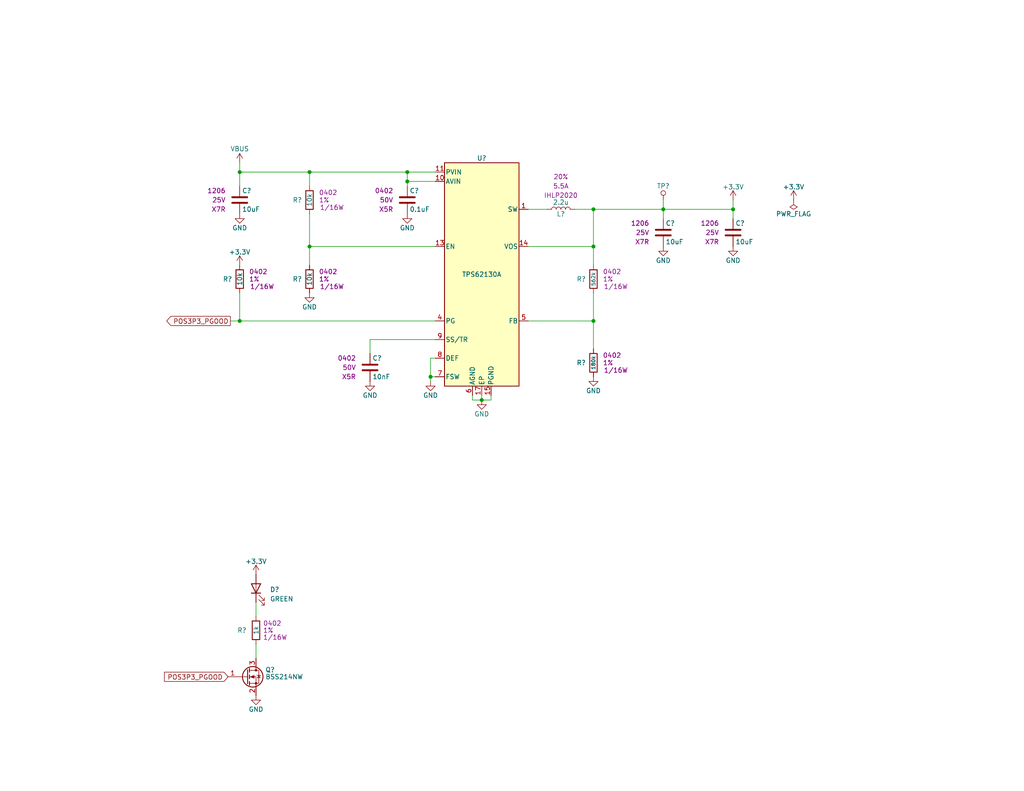
<source format=kicad_sch>
(kicad_sch (version 20230121) (generator eeschema)
  (paper "A")
  (title_block (title "USB MPD") (date "2024-02-06") (rev "PRELIM") (company "Drew Maatman"))
  (lib_symbols
    (symbol "Custom_Library:C_Custom" (pin_numbers hide) (pin_names (offset 0.254))
      (property "Reference" "C" (at 0.635 2.54 0))
      (property "Value" "C_Custom" (at 0.635 -2.54 0))
      (property "display_footprint" "Foot" (at -3.81 2.54 0))
      (property "Voltage" "V" (at -3.81 0 0))
      (property "Dielectric" "Er" (at -3.81 -2.54 0))
      (symbol "C_Custom_0_1"
        (polyline (pts (xy -2.032 -0.762) (xy 2.032 -0.762)) (stroke (width 0.508)))
        (polyline (pts (xy -2.032 0.762) (xy 2.032 0.762)) (stroke (width 0.508)))
      )
      (symbol "C_Custom_1_1"
        (pin passive line (at 0 3.81 270) (length 2.794) (name "~") (number "1"))
        (pin passive line (at 0 -3.81 90) (length 2.794) (name "~") (number "2"))
      )
    )
    (symbol "Custom_Library:L_Custom" (pin_numbers hide) (pin_names (offset 1.016) hide)
      (property "Reference" "L" (at -1.27 0 90))
      (property "Value" "L_Custom" (at 1.905 0 90))
      (property "display_footprint" "Foot" (at 3.81 0 90))
      (property "Ampacity" "A" (at 6.35 0 90))
      (property "Tolerance" "Tol" (at 8.89 0 90))
      (symbol "L_Custom_0_1"
        (arc (start 0 -2.54) (mid 0.6323 -1.905) (end 0 -1.27))
        (arc (start 0 -1.27) (mid 0.6323 -0.635) (end 0 0))
        (arc (start 0 0) (mid 0.6323 0.635) (end 0 1.27))
        (arc (start 0 1.27) (mid 0.6323 1.905) (end 0 2.54))
      )
      (symbol "L_Custom_1_1"
        (pin passive line (at 0 3.81 270) (length 1.27) (name "1") (number "1"))
        (pin passive line (at 0 -3.81 90) (length 1.27) (name "2") (number "2"))
      )
    )
    (symbol "Custom_Library:R_Custom" (pin_numbers hide) (pin_names (offset 1.016) hide)
      (property "Reference" "R" (at -2.54 0 90))
      (property "Value" "R_Custom" (at 0 0 90))
      (property "display_footprint" "Foot" (at 2.54 0 90))
      (property "Tolerance" "Tol" (at 5.08 0 90))
      (property "Wattage" "W" (at 7.62 0 90))
      (symbol "R_Custom_0_1"
        (rectangle (start 1.016 2.54) (end -1.016 -2.54) (stroke (width 0.254)))
      )
      (symbol "R_Custom_1_1"
        (pin passive line (at 0 3.81 270) (length 1.27) (name "1") (number "1"))
        (pin passive line (at 0 -3.81 90) (length 1.27) (name "2") (number "2"))
      )
    )
    (symbol "Custom_Library:TP" (pin_numbers hide) (pin_names (offset 0) hide)
      (property "Reference" "TP" (at 0 3.81 0))
      (symbol "TP_0_1"
        (polyline (pts (xy 0 0) (xy 0 1.27)))
        (circle (center 0 1.905) (radius 0.635))
      )
      (symbol "TP_1_1"
        (pin passive line (at 0 0 90) (length 0) (name "TP") (number "1"))
      )
    )
    (symbol "Custom_Library:TPS62130" (pin_names (offset 0.254))
      (property "Reference" "U" (at 0 31.75 0))
      (property "Value" "TPS62130" (at 0 0 0))
      (symbol "TPS62130_0_1"
        (rectangle (start -10.16 30.48) (end 10.16 -30.48) (stroke (width 0.254)) (fill (type background)))
      )
      (symbol "TPS62130_1_1"
        (pin output line (at 12.7 17.78 180) (length 2.54) (name "SW") (number "1"))
        (pin power_in line (at -12.7 25.4 0) (length 2.54) (name "AVIN") (number "10"))
        (pin power_in line (at -12.7 27.94 0) (length 2.54) (name "PVIN") (number "11"))
        (pin passive line (at -12.7 27.94 0) (length 2.54) hide (name "PVIN") (number "12"))
        (pin input line (at -12.7 7.62 0) (length 2.54) (name "EN") (number "13"))
        (pin input line (at 12.7 7.62 180) (length 2.54) (name "VOS") (number "14"))
        (pin power_in line (at 2.54 -33.02 90) (length 2.54) (name "PGND") (number "15"))
        (pin passive line (at 2.54 -33.02 90) (length 2.54) hide (name "PGND") (number "16"))
        (pin power_in line (at 0 -33.02 90) (length 2.54) (name "EP") (number "17"))
        (pin passive line (at 12.7 17.78 180) (length 2.54) hide (name "SW") (number "2"))
        (pin passive line (at 12.7 17.78 180) (length 2.54) hide (name "SW") (number "3"))
        (pin open_collector line (at -12.7 -12.7 0) (length 2.54) (name "PG") (number "4"))
        (pin input line (at 12.7 -12.7 180) (length 2.54) (name "FB") (number "5"))
        (pin power_in line (at -2.54 -33.02 90) (length 2.54) (name "AGND") (number "6"))
        (pin input line (at -12.7 -27.94 0) (length 2.54) (name "FSW") (number "7"))
        (pin input line (at -12.7 -22.86 0) (length 2.54) (name "DEF") (number "8"))
        (pin input line (at -12.7 -17.78 0) (length 2.54) (name "SS/TR") (number "9"))
      )
    )
    (symbol "Device:LED" (pin_numbers hide) (pin_names (offset 1.016) hide)
      (property "Reference" "D" (at 0 2.54 0))
      (property "Value" "LED" (at 0 -2.54 0))
      (symbol "LED_0_1"
        (polyline (pts (xy -1.27 -1.27) (xy -1.27 1.27)) (stroke (width 0.254)))
        (polyline (pts (xy -1.27 0) (xy 1.27 0)))
        (polyline (pts (xy 1.27 -1.27) (xy 1.27 1.27) (xy -1.27 0) (xy 1.27 -1.27)) (stroke (width 0.254)))
        (polyline (pts (xy -3.048 -0.762) (xy -4.572 -2.286) (xy -3.81 -2.286) (xy -4.572 -2.286) (xy -4.572 -1.524)))
        (polyline (pts (xy -1.778 -0.762) (xy -3.302 -2.286) (xy -2.54 -2.286) (xy -3.302 -2.286) (xy -3.302 -1.524)))
      )
      (symbol "LED_1_1"
        (pin passive line (at -3.81 0 0) (length 2.54) (name "K") (number "1"))
        (pin passive line (at 3.81 0 180) (length 2.54) (name "A") (number "2"))
      )
    )
    (symbol "Transistor_FET:BSS214NW" (pin_names hide)
      (property "Reference" "Q" (at 5.08 1.905 0))
      (property "Value" "BSS214NW" (at 5.08 0 0))
      (symbol "BSS214NW_0_1"
        (polyline (pts (xy 0.254 0) (xy -2.54 0)))
        (polyline (pts (xy 0.254 1.905) (xy 0.254 -1.905)) (stroke (width 0.254)))
        (polyline (pts (xy 0.762 -1.27) (xy 0.762 -2.286)) (stroke (width 0.254)))
        (polyline (pts (xy 0.762 0.508) (xy 0.762 -0.508)) (stroke (width 0.254)))
        (polyline (pts (xy 0.762 2.286) (xy 0.762 1.27)) (stroke (width 0.254)))
        (polyline (pts (xy 2.54 2.54) (xy 2.54 1.778)))
        (polyline (pts (xy 2.54 -2.54) (xy 2.54 0) (xy 0.762 0)))
        (polyline (pts (xy 0.762 -1.778) (xy 3.302 -1.778) (xy 3.302 1.778) (xy 0.762 1.778)))
        (polyline (pts (xy 1.016 0) (xy 2.032 0.381) (xy 2.032 -0.381) (xy 1.016 0)) (fill (type outline)))
        (polyline (pts (xy 2.794 0.508) (xy 2.921 0.381) (xy 3.683 0.381) (xy 3.81 0.254)))
        (polyline (pts (xy 3.302 0.381) (xy 2.921 -0.254) (xy 3.683 -0.254) (xy 3.302 0.381)))
        (circle (center 1.651 0) (radius 2.794) (stroke (width 0.254)))
        (circle (center 2.54 -1.778) (radius 0.254) (fill (type outline)))
        (circle (center 2.54 1.778) (radius 0.254) (fill (type outline)))
      )
      (symbol "BSS214NW_1_1"
        (pin input line (at -5.08 0 0) (length 2.54) (name "G") (number "1"))
        (pin passive line (at 2.54 -5.08 90) (length 2.54) (name "S") (number "2"))
        (pin passive line (at 2.54 5.08 270) (length 2.54) (name "D") (number "3"))
      )
    )
    (symbol "power:+3.3V" (power) (pin_names (offset 0))
      (property "Value" "+3.3V" (at 0 3.556 0))
      (symbol "+3.3V_0_1"
        (polyline (pts (xy -0.762 1.27) (xy 0 2.54)))
        (polyline (pts (xy 0 0) (xy 0 2.54)))
        (polyline (pts (xy 0 2.54) (xy 0.762 1.27)))
      )
      (symbol "+3.3V_1_1"
        (pin power_in line (at 0 0 90) (length 0) hide (name "+3.3V") (number "1"))
      )
    )
    (symbol "power:GND" (power) (pin_names (offset 0))
      (property "Value" "GND" (at 0 -3.81 0))
      (symbol "GND_0_1"
        (polyline (pts (xy 0 0) (xy 0 -1.27) (xy 1.27 -1.27) (xy 0 -2.54) (xy -1.27 -1.27) (xy 0 -1.27)))
      )
      (symbol "GND_1_1"
        (pin power_in line (at 0 0 270) (length 0) hide (name "GND") (number "1"))
      )
    )
    (symbol "power:PWR_FLAG" (power) (pin_numbers hide) (pin_names (offset 0) hide)
      (property "Value" "PWR_FLAG" (at 0 3.81 0))
      (symbol "PWR_FLAG_0_0"
        (pin power_out line (at 0 0 90) (length 0) (name "pwr") (number "1"))
      )
      (symbol "PWR_FLAG_0_1"
        (polyline (pts (xy 0 0) (xy 0 1.27) (xy -1.016 1.905) (xy 0 2.54) (xy 1.016 1.905) (xy 0 1.27)))
      )
    )
    (symbol "power:VBUS" (power) (pin_names (offset 0))
      (property "Value" "VBUS" (at 0 3.81 0))
      (symbol "VBUS_0_1"
        (polyline (pts (xy -0.762 1.27) (xy 0 2.54)))
        (polyline (pts (xy 0 0) (xy 0 2.54)))
        (polyline (pts (xy 0 2.54) (xy 0.762 1.27)))
      )
      (symbol "VBUS_1_1"
        (pin power_in line (at 0 0 90) (length 0) hide (name "VBUS") (number "1"))
      )
    )
  )
  (junction (at 65.405 87.63))
  (junction (at 111.125 49.53))
  (junction (at 117.475 102.87))
  (junction (at 111.125 46.99))
  (junction (at 65.405 46.99))
  (junction (at 84.455 67.31))
  (junction (at 180.975 57.15))
  (junction (at 161.925 87.63))
  (junction (at 161.925 67.31))
  (junction (at 161.925 57.15))
  (junction (at 131.445 109.22))
  (junction (at 200.025 57.15))
  (junction (at 84.455 46.99))
  (wire (pts (xy 84.455 46.99) (xy 84.455 50.8)))
  (wire (pts (xy 111.125 49.53) (xy 111.125 46.99)))
  (wire (pts (xy 69.85 175.895) (xy 69.85 179.705)))
  (wire (pts (xy 161.925 72.39) (xy 161.925 67.31)))
  (wire (pts (xy 118.745 49.53) (xy 111.125 49.53)))
  (wire (pts (xy 131.445 109.22) (xy 133.985 109.22)))
  (wire (pts (xy 69.85 164.465) (xy 69.85 168.275)))
  (wire (pts (xy 111.125 49.53) (xy 111.125 50.8)))
  (wire (pts (xy 180.975 59.69) (xy 180.975 57.15)))
  (wire (pts (xy 100.965 92.71) (xy 118.745 92.71)))
  (wire (pts (xy 118.745 46.99) (xy 111.125 46.99)))
  (wire (pts (xy 128.905 109.22) (xy 128.905 107.95)))
  (wire (pts (xy 180.975 57.15) (xy 200.025 57.15)))
  (wire (pts (xy 200.025 54.61) (xy 200.025 57.15)))
  (wire (pts (xy 118.745 67.31) (xy 84.455 67.31)))
  (wire (pts (xy 200.025 57.15) (xy 200.025 59.69)))
  (wire (pts (xy 65.405 87.63) (xy 65.405 80.01)))
  (wire (pts (xy 180.975 54.61) (xy 180.975 57.15)))
  (wire (pts (xy 62.865 87.63) (xy 65.405 87.63)))
  (wire (pts (xy 100.965 96.52) (xy 100.965 92.71)))
  (wire (pts (xy 131.445 109.22) (xy 128.905 109.22)))
  (wire (pts (xy 161.925 87.63) (xy 144.145 87.63)))
  (wire (pts (xy 161.925 57.15) (xy 156.845 57.15)))
  (wire (pts (xy 180.975 57.15) (xy 161.925 57.15)))
  (wire (pts (xy 65.405 46.99) (xy 65.405 50.8)))
  (wire (pts (xy 65.405 44.45) (xy 65.405 46.99)))
  (wire (pts (xy 84.455 67.31) (xy 84.455 58.42)))
  (wire (pts (xy 118.745 87.63) (xy 65.405 87.63)))
  (wire (pts (xy 131.445 109.22) (xy 131.445 107.95)))
  (wire (pts (xy 161.925 67.31) (xy 161.925 57.15)))
  (wire (pts (xy 117.475 102.87) (xy 117.475 97.79)))
  (wire (pts (xy 161.925 87.63) (xy 161.925 95.25)))
  (wire (pts (xy 133.985 109.22) (xy 133.985 107.95)))
  (wire (pts (xy 84.455 46.99) (xy 111.125 46.99)))
  (wire (pts (xy 117.475 104.14) (xy 117.475 102.87)))
  (wire (pts (xy 84.455 67.31) (xy 84.455 72.39)))
  (wire (pts (xy 117.475 97.79) (xy 118.745 97.79)))
  (wire (pts (xy 118.745 102.87) (xy 117.475 102.87)))
  (wire (pts (xy 144.145 57.15) (xy 149.225 57.15)))
  (wire (pts (xy 144.145 67.31) (xy 161.925 67.31)))
  (wire (pts (xy 65.405 46.99) (xy 84.455 46.99)))
  (wire (pts (xy 161.925 87.63) (xy 161.925 80.01)))
  (global_label "POS3P3_PGOOD" (shape output) (at 62.865 87.63 180) (property "Intersheetrefs" "${INTERSHEET_REFS}" (effects hide)))
  (global_label "POS3P3_PGOOD" (shape input) (at 62.23 184.785 180) (property "Intersheetrefs" "${INTERSHEET_REFS}" (effects hide)))
  (symbol (lib_id "Custom_Library:R_Custom") (at 84.455 54.61 0) (unit 1)
    (property "Reference" "R?" (at 82.423 54.61 0) (effects (justify right)))
    (property "Value" "10k" (at 84.455 54.61 90))
    (property "Footprint" "Resistors_SMD:R_0402" (effects hide))
    (property "display_footprint" "0402" (at 86.995 52.578 0) (effects (justify left)))
    (property "Tolerance" "1%" (at 86.995 54.61 0) (effects (justify left)))
    (property "Wattage" "1/16W" (at 87.249 56.642 0) (effects (justify left)))
    (property "Digi-Key PN" "RMCF0402FT10K0CT-ND" (effects hide))
    (instances (project "USB_MPD_Switches" (path "" (reference "R?") (unit 1))) (project "Stopwatch" (path "" (reference "R302") (unit 1))))
  )
  (symbol (lib_id "power:GND") (at 131.445 109.22 0) (unit 1)
    (property "Reference" "#PWR0810" (effects hide))
    (property "Value" "GND" (at 131.445 113.03 0))
    (instances (project "USB_MPD_Switches" (path "" (reference "#PWR0810") (unit 1))) (project "Stopwatch" (path "" (reference "#PWR0310") (unit 1))))
  )
  (symbol (lib_id "power:GND") (at 117.475 104.14 0) (unit 1)
    (property "Reference" "#PWR0809" (effects hide))
    (property "Value" "GND" (at 117.475 107.95 0))
    (instances (project "USB_MPD_Switches" (path "" (reference "#PWR0809") (unit 1))) (project "Stopwatch" (path "" (reference "#PWR0309") (unit 1))))
  )
  (symbol (lib_id "power:GND") (at 161.925 102.87 0) (unit 1)
    (property "Reference" "#PWR0813" (effects hide))
    (property "Value" "GND" (at 161.925 106.68 0))
    (instances (project "USB_MPD_Switches" (path "" (reference "#PWR0813") (unit 1))) (project "Stopwatch" (path "" (reference "#PWR0313") (unit 1))))
  )
  (symbol (lib_id "Custom_Library:R_Custom") (at 161.925 99.06 0) (unit 1)
    (property "Reference" "R?" (at 159.893 99.06 0) (effects (justify right)))
    (property "Value" "180k" (at 161.925 99.06 90) (effects (font (size 1.016 1.016))))
    (property "Footprint" "Resistors_SMD:R_0402" (effects hide))
    (property "display_footprint" "0402" (at 164.465 97.028 0) (effects (justify left)))
    (property "Tolerance" "1%" (at 164.465 99.06 0) (effects (justify left)))
    (property "Wattage" "1/16W" (at 164.719 101.092 0) (effects (justify left)))
    (property "Digi-Key PN" "RMCF0402FT180KCT-ND" (effects hide))
    (instances (project "USB_MPD_Switches" (path "" (reference "R?") (unit 1))) (project "Stopwatch" (path "" (reference "R305") (unit 1))))
  )
  (symbol (lib_id "Custom_Library:R_Custom") (at 69.85 172.085 180) (unit 1)
    (property "Reference" "R?" (at 67.31 172.085 0) (effects (justify left)))
    (property "Value" "1k" (at 69.85 172.085 90))
    (property "Footprint" "Resistors_SMD:R_0402" (effects hide))
    (property "display_footprint" "0402" (at 71.755 170.18 0) (effects (justify right)))
    (property "Tolerance" "1%" (at 71.755 172.085 0) (effects (justify right)))
    (property "Wattage" "1/16W" (at 71.755 173.99 0) (effects (justify right)))
    (instances (project "Analog_Clock" (path "" (reference "R?") (unit 1))) (project "USB_MPD_Switches" (path "" (reference "R?") (unit 1)) (path "" (reference "R?") (unit 1)) (path "" (reference "R?") (unit 1))) (project "USB_Hub" (path "" (reference "R1401") (unit 1))))
  )
  (symbol (lib_id "Custom_Library:C_Custom") (at 200.025 63.5 0) (unit 1)
    (property "Reference" "C?" (at 200.66 60.96 0) (effects (justify left)))
    (property "Value" "10uF" (at 200.66 66.04 0) (effects (justify left)))
    (property "Footprint" "Capacitors_SMD:C_1206" (effects hide))
    (property "display_footprint" "1206" (at 196.215 60.96 0) (effects (justify right)))
    (property "Voltage" "25V" (at 196.215 63.5 0) (effects (justify right)))
    (property "Dielectric" "X7R" (at 196.215 66.04 0) (effects (justify right)))
    (property "Digi-Key PN" "1276-7031-1-ND" (effects hide))
    (instances (project "USB_MPD_Switches" (path "" (reference "C?") (unit 1))) (project "Stopwatch" (path "" (reference "C306") (unit 1))))
  )
  (symbol (lib_id "power:+3.3V") (at 65.405 72.39 0) (unit 1)
    (property "Reference" "#PWR0803" (effects hide))
    (property "Value" "+3.3V" (at 65.405 68.834 0))
    (instances (project "USB_MPD_Switches" (path "" (reference "#PWR0803") (unit 1))) (project "Stopwatch" (path "" (reference "#PWR0303") (unit 1))))
  )
  (symbol (lib_id "Custom_Library:TPS62130") (at 131.445 74.93 0) (unit 1)
    (property "Reference" "U?" (at 131.445 43.18 0))
    (property "Value" "TPS62130A" (at 131.445 74.93 0))
    (property "Footprint" "Housings_DFN_QFN:QFN-16-1EP_3x3mm_Pitch0.5mm" (effects hide))
    (property "Datasheet" "http://www.ti.com/lit/ds/symlink/tps62130.pdf" (effects hide))
    (property "Digi-Key PN" "296-39446-1-ND" (effects hide))
    (instances (project "USB_MPD_Switches" (path "" (reference "U?") (unit 1))) (project "Stopwatch" (path "" (reference "U301") (unit 1))))
  )
  (symbol (lib_id "Custom_Library:R_Custom") (at 84.455 76.2 0) (unit 1)
    (property "Reference" "R?" (at 82.423 76.2 0) (effects (justify right)))
    (property "Value" "10k" (at 84.455 76.2 90))
    (property "Footprint" "Resistors_SMD:R_0402" (effects hide))
    (property "display_footprint" "0402" (at 86.995 74.168 0) (effects (justify left)))
    (property "Tolerance" "1%" (at 86.995 76.2 0) (effects (justify left)))
    (property "Wattage" "1/16W" (at 87.249 78.232 0) (effects (justify left)))
    (property "Digi-Key PN" "RMCF0402FT10K0CT-ND" (effects hide))
    (instances (project "USB_MPD_Switches" (path "" (reference "R?") (unit 1))) (project "Stopwatch" (path "" (reference "R302") (unit 1))))
  )
  (symbol (lib_id "Custom_Library:C_Custom") (at 65.405 54.61 0) (unit 1)
    (property "Reference" "C?" (at 66.04 52.07 0) (effects (justify left)))
    (property "Value" "10uF" (at 66.04 57.15 0) (effects (justify left)))
    (property "Footprint" "Capacitors_SMD:C_1206" (effects hide))
    (property "display_footprint" "1206" (at 61.595 52.07 0) (effects (justify right)))
    (property "Voltage" "25V" (at 61.595 54.61 0) (effects (justify right)))
    (property "Dielectric" "X7R" (at 61.595 57.15 0) (effects (justify right)))
    (property "Digi-Key PN" "1276-7031-1-ND" (effects hide))
    (instances (project "USB_MPD_Switches" (path "" (reference "C?") (unit 1))) (project "Stopwatch" (path "" (reference "C301") (unit 1))))
  )
  (symbol (lib_id "power:GND") (at 180.975 67.31 0) (unit 1)
    (property "Reference" "#PWR0814" (effects hide))
    (property "Value" "GND" (at 180.975 71.12 0))
    (instances (project "USB_MPD_Switches" (path "" (reference "#PWR0814") (unit 1))) (project "Stopwatch" (path "" (reference "#PWR0314") (unit 1))))
  )
  (symbol (lib_id "power:+3.3V") (at 216.535 54.61 0) (unit 1)
    (property "Reference" "#PWR0817" (effects hide))
    (property "Value" "+3.3V" (at 216.535 51.054 0))
    (instances (project "USB_MPD_Switches" (path "" (reference "#PWR0817") (unit 1))) (project "Stopwatch" (path "" (reference "#PWR0311") (unit 1))))
  )
  (symbol (lib_id "power:VBUS") (at 65.405 44.45 0) (unit 1)
    (property "Reference" "#PWR0801" (effects hide))
    (property "Value" "VBUS" (at 65.405 40.64 0))
  )
  (symbol (lib_id "power:+3.3V") (at 69.85 156.845 0) (unit 1)
    (property "Reference" "#PWR0808" (effects hide))
    (property "Value" "+3.3V" (at 69.85 153.289 0))
    (instances (project "USB_MPD_Switches" (path "" (reference "#PWR0808") (unit 1))) (project "Stopwatch" (path "" (reference "#PWR0304") (unit 1))))
  )
  (symbol (lib_id "Custom_Library:C_Custom") (at 180.975 63.5 0) (unit 1)
    (property "Reference" "C?" (at 181.61 60.96 0) (effects (justify left)))
    (property "Value" "10uF" (at 181.61 66.04 0) (effects (justify left)))
    (property "Footprint" "Capacitors_SMD:C_1206" (effects hide))
    (property "display_footprint" "1206" (at 177.165 60.96 0) (effects (justify right)))
    (property "Voltage" "25V" (at 177.165 63.5 0) (effects (justify right)))
    (property "Dielectric" "X7R" (at 177.165 66.04 0) (effects (justify right)))
    (property "Digi-Key PN" "1276-7031-1-ND" (effects hide))
    (instances (project "USB_MPD_Switches" (path "" (reference "C?") (unit 1))) (project "Stopwatch" (path "" (reference "C305") (unit 1))))
  )
  (symbol (lib_id "power:GND") (at 100.965 104.14 0) (unit 1)
    (property "Reference" "#PWR0806" (effects hide))
    (property "Value" "GND" (at 100.965 107.95 0))
    (instances (project "USB_MPD_Switches" (path "" (reference "#PWR0806") (unit 1))) (project "Stopwatch" (path "" (reference "#PWR0306") (unit 1))))
  )
  (symbol (lib_id "power:PWR_FLAG") (at 216.535 54.61 180) (unit 1)
    (property "Reference" "#FLG0801" (effects hide))
    (property "Value" "PWR_FLAG" (at 216.535 58.42 0))
    (instances (project "USB_MPD_Switches" (path "" (reference "#FLG0801") (unit 1))) (project "Stopwatch" (path "" (reference "#FLG0301") (unit 1))))
  )
  (symbol (lib_id "Custom_Library:R_Custom") (at 65.405 76.2 0) (unit 1)
    (property "Reference" "R?" (at 63.373 76.2 0) (effects (justify right)))
    (property "Value" "10k" (at 65.405 76.2 90))
    (property "Footprint" "Resistors_SMD:R_0402" (effects hide))
    (property "display_footprint" "0402" (at 67.945 74.168 0) (effects (justify left)))
    (property "Tolerance" "1%" (at 67.945 76.2 0) (effects (justify left)))
    (property "Wattage" "1/16W" (at 68.199 78.232 0) (effects (justify left)))
    (property "Digi-Key PN" "RMCF0402FT10K0CT-ND" (effects hide))
    (instances (project "USB_MPD_Switches" (path "" (reference "R?") (unit 1))) (project "Stopwatch" (path "" (reference "R302") (unit 1))))
  )
  (symbol (lib_id "power:GND") (at 200.025 67.31 0) (unit 1)
    (property "Reference" "#PWR0816" (effects hide))
    (property "Value" "GND" (at 200.025 71.12 0))
    (instances (project "USB_MPD_Switches" (path "" (reference "#PWR0816") (unit 1))) (project "Stopwatch" (path "" (reference "#PWR0316") (unit 1))))
  )
  (symbol (lib_id "Custom_Library:C_Custom") (at 111.125 54.61 0) (unit 1)
    (property "Reference" "C?" (at 111.76 52.07 0) (effects (justify left)))
    (property "Value" "0.1uF" (at 111.76 57.15 0) (effects (justify left)))
    (property "Footprint" "Capacitors_SMD:C_0402" (effects hide))
    (property "display_footprint" "0402" (at 107.315 52.07 0) (effects (justify right)))
    (property "Voltage" "50V" (at 107.315 54.61 0) (effects (justify right)))
    (property "Dielectric" "X5R" (at 107.315 57.15 0) (effects (justify right)))
    (property "Digi-Key PN" "490-10697-1-ND" (effects hide))
    (instances (project "USB_MPD_Switches" (path "" (reference "C?") (unit 1))) (project "Stopwatch" (path "" (reference "C304") (unit 1))))
  )
  (symbol (lib_id "Custom_Library:R_Custom") (at 161.925 76.2 0) (unit 1)
    (property "Reference" "R?" (at 159.893 76.2 0) (effects (justify right)))
    (property "Value" "562k" (at 161.925 76.2 90) (effects (font (size 1.016 1.016))))
    (property "Footprint" "Resistors_SMD:R_0402" (effects hide))
    (property "display_footprint" "0402" (at 164.465 74.168 0) (effects (justify left)))
    (property "Tolerance" "1%" (at 164.465 76.2 0) (effects (justify left)))
    (property "Wattage" "1/16W" (at 164.719 78.232 0) (effects (justify left)))
    (property "Digi-Key PN" "RMCF0402FT562KCT-ND" (effects hide))
    (instances (project "USB_MPD_Switches" (path "" (reference "R?") (unit 1))) (project "Stopwatch" (path "" (reference "R304") (unit 1))))
  )
  (symbol (lib_id "power:+3.3V") (at 200.025 54.61 0) (unit 1)
    (property "Reference" "#PWR0815" (effects hide))
    (property "Value" "+3.3V" (at 200.025 51.054 0))
    (instances (project "USB_MPD_Switches" (path "" (reference "#PWR0815") (unit 1))) (project "Stopwatch" (path "" (reference "#PWR0304") (unit 1))))
  )
  (symbol (lib_id "power:GND") (at 69.85 189.865 0) (unit 1)
    (property "Reference" "#PWR0805" (effects hide))
    (property "Value" "GND" (at 69.85 193.675 0))
  )
  (symbol (lib_id "Custom_Library:C_Custom") (at 100.965 100.33 0) (unit 1)
    (property "Reference" "C?" (at 101.6 97.79 0) (effects (justify left)))
    (property "Value" "10nF" (at 101.6 102.87 0) (effects (justify left)))
    (property "Footprint" "Capacitors_SMD:C_0402" (effects hide))
    (property "display_footprint" "0402" (at 97.155 97.79 0) (effects (justify right)))
    (property "Voltage" "50V" (at 97.155 100.33 0) (effects (justify right)))
    (property "Dielectric" "X5R" (at 97.155 102.87 0) (effects (justify right)))
    (property "Digi-Key PN" "445-12201-1-ND" (effects hide))
    (instances (project "USB_MPD_Switches" (path "" (reference "C?") (unit 1))) (project "Stopwatch" (path "" (reference "C303") (unit 1))))
  )
  (symbol (lib_id "power:GND") (at 84.455 80.01 0) (unit 1)
    (property "Reference" "#PWR0804" (effects hide))
    (property "Value" "GND" (at 84.455 83.82 0))
    (instances (project "USB_MPD_Switches" (path "" (reference "#PWR0804") (unit 1))) (project "Stopwatch" (path "" (reference "#PWR0302") (unit 1))))
  )
  (symbol (lib_id "Custom_Library:L_Custom") (at 153.035 57.15 90) (unit 1)
    (property "Reference" "L?" (at 153.035 58.42 90))
    (property "Value" "2.2u" (at 153.035 55.245 90))
    (property "Footprint" "Inductors_SMD:L_Vishay_IHLP-2020" (effects hide))
    (property "Digi-Key PN" "541-1236-1-ND" (effects hide))
    (property "display_footprint" "IHLP2020" (at 153.035 53.34 90))
    (property "Ampacity" "5.5A" (at 153.035 50.8 90))
    (property "Tolerance" "20%" (at 153.035 48.26 90))
    (instances (project "USB_MPD_Switches" (path "" (reference "L?") (unit 1))) (project "Stopwatch" (path "" (reference "L301") (unit 1))))
  )
  (symbol (lib_id "Device:LED") (at 69.85 160.655 90) (unit 1)
    (property "Reference" "D?" (at 73.66 160.9725 90) (effects (justify right)))
    (property "Value" "GREEN" (at 73.66 163.5125 90) (effects (justify right)))
  )
  (symbol (lib_id "power:GND") (at 65.405 58.42 0) (unit 1)
    (property "Reference" "#PWR0802" (effects hide))
    (property "Value" "GND" (at 65.405 62.23 0))
    (instances (project "USB_MPD_Switches" (path "" (reference "#PWR0802") (unit 1))) (project "Stopwatch" (path "" (reference "#PWR0302") (unit 1))))
  )
  (symbol (lib_id "Custom_Library:TP") (at 180.975 54.61 0) (unit 1)
    (property "Reference" "TP?" (at 180.975 50.8 0))
    (property "Value" "TP" (effects hide))
    (property "Footprint" "Custom Footprints Library:Test_Point" (effects hide))
    (instances (project "USB_MPD_Switches" (path "" (reference "TP?") (unit 1))) (project "Stopwatch" (path "" (reference "TP301") (unit 1))))
  )
  (symbol (lib_id "power:GND") (at 111.125 58.42 0) (unit 1)
    (property "Reference" "#PWR0807" (effects hide))
    (property "Value" "GND" (at 111.125 62.23 0))
    (instances (project "USB_MPD_Switches" (path "" (reference "#PWR0807") (unit 1))) (project "Stopwatch" (path "" (reference "#PWR0307") (unit 1))))
  )
  (symbol (lib_id "Transistor_FET:BSS214NW") (at 67.31 184.785 0) (unit 1)
    (property "Reference" "Q?" (at 72.39 182.88 0) (effects (justify left)))
    (property "Value" "BSS214NW" (at 72.39 184.785 0) (effects (justify left)))
    (property "Footprint" "Package_TO_SOT_SMD:SOT-323_SC-70" (effects hide))
    (property "Datasheet" "https://www.infineon.com/dgdl/Infineon-BSS214NW-DS-v02_02-en.pdf?fileId=db3a30431b3e89eb011b695aebc01bde" (effects hide))
    (property "Digi-Key PN" "BSS214NWH6327XTSA1CT-ND" (effects hide))
    (instances (project "Analog_Clock" (path "" (reference "Q?") (unit 1))) (project "Nixie_Clock_Core" (path "" (reference "Q801") (unit 1))) (project "USB_MPD_Switches" (path "" (reference "Q?") (unit 1)) (path "" (reference "Q?") (unit 1))))
  )
)
</source>
